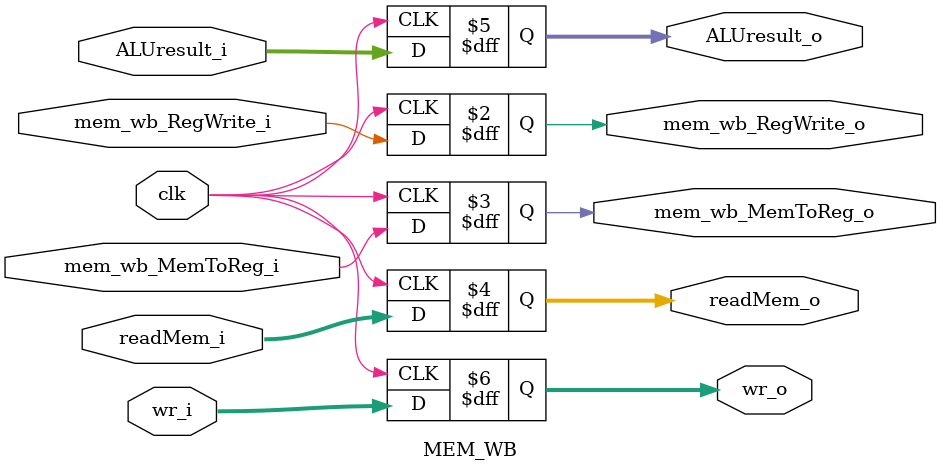
<source format=v>
module MEM_WB (
    clk         , 
    readMem_i    , 
    ALUresult_i  , 
    wr_i         ,
    mem_wb_RegWrite_i ,
    mem_wb_MemToReg_i , 
    readMem_o     , 
    ALUresult_o   , 
    wr_o          , 
    mem_wb_RegWrite_o , 
    mem_wb_MemToReg_o 
);

    input clk;
    input mem_wb_RegWrite_i, mem_wb_MemToReg_i;
    input [31:0] readMem_i, ALUresult_i;
    input [4:0] wr_i;

    output reg mem_wb_RegWrite_o, mem_wb_MemToReg_o;
    output reg [31:0] readMem_o, ALUresult_o;
    output reg [4:0] wr_o;

    always @(posedge clk) begin
        readMem_o <= readMem_i;
        ALUresult_o <= ALUresult_i;
        wr_o <= wr_i;
        mem_wb_RegWrite_o <= mem_wb_RegWrite_i;
        mem_wb_MemToReg_o <= mem_wb_MemToReg_i;
    end

endmodule

</source>
